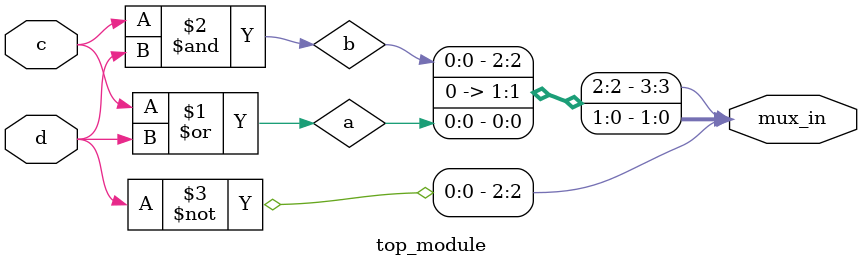
<source format=sv>
module top_module (
    input c,
    input d,
    output [3:0] mux_in
);

    wire a, b;
    
    assign a = c | d;
    assign b = c & d;
    
    assign mux_in[0] = a;
    assign mux_in[1] = 0;
    assign mux_in[2] = ~d;
    assign mux_in[3] = b;

endmodule

</source>
